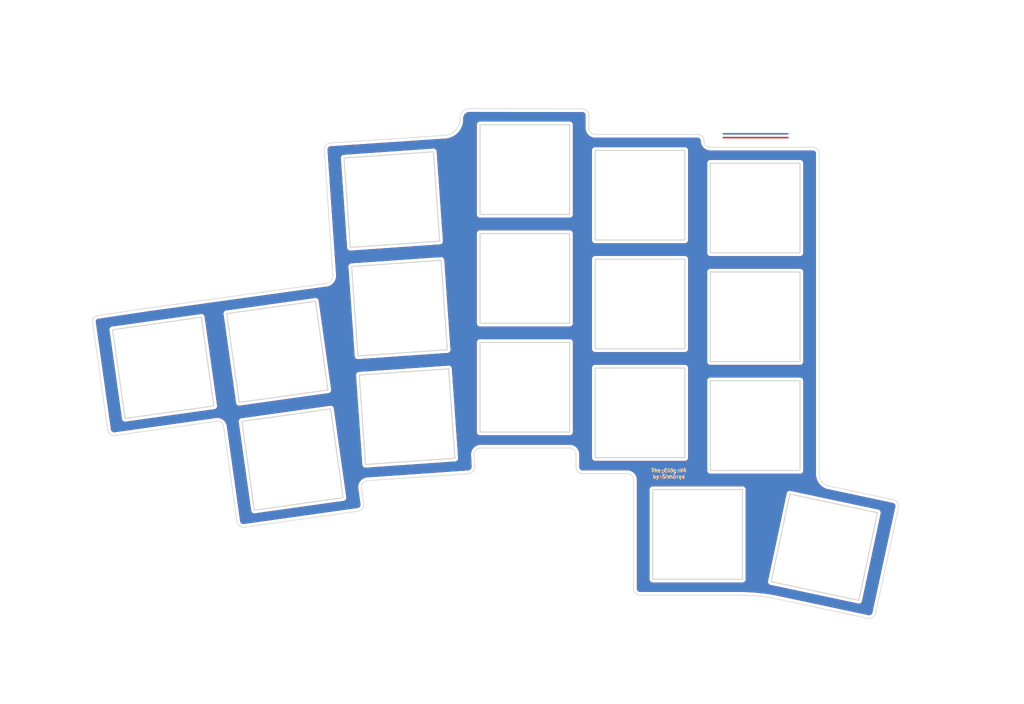
<source format=kicad_pcb>
(kicad_pcb (version 20211014) (generator pcbnew)
  (title_block (title "The Clog V2") (date "2022-06-26") (rev "1.1") (company "by S'mores"))
  (layers (0 "F.Cu" signal) (31 "B.Cu" signal) (34 "B.Paste" user) (35 "F.Paste" user) (36 "B.SilkS" user "B.Silkscreen") (37 "F.SilkS" user "F.Silkscreen") (38 "B.Mask" user) (39 "F.Mask" user) (44 "Edge.Cuts" user))
  (net 0 "")
  (net 1 "GND")
  (footprint "footprints:choc-cutout" (layer "F.Cu") (at 167.999999 69.999997)
    (fp_text reference "SW4" hide)
    (fp_text value "Switch" hide)
    (fp_line (start 7 -7) (end 7 7) (layer "Edge.Cuts") (width 0.15))
    (fp_line (start -7 7) (end 7 7) (layer "Edge.Cuts") (width 0.15))
    (fp_line (start 7 -7) (end -7 -7) (layer "Edge.Cuts") (width 0.15))
    (fp_line (start -7 7) (end -7 -7) (layer "Edge.Cuts") (width 0.15))
  )
  (footprint "footprints:choc-cutout" (layer "F.Cu") (at 113.699998 111.299998 8)
    (fp_text reference "SW11" hide)
    (fp_text value "Switch" hide)
    (fp_line (start 7 -7) (end -7 -7) (layer "Edge.Cuts") (width 0.15))
    (fp_line (start -7 7) (end -7 -7) (layer "Edge.Cuts") (width 0.15))
    (fp_line (start 7 -7) (end 7 7) (layer "Edge.Cuts") (width 0.15))
    (fp_line (start -7 7) (end 7 7) (layer "Edge.Cuts") (width 0.15))
  )
  (footprint "footprints:choc-cutout" (layer "F.Cu") (at 150 66.000002)
    (fp_text reference "SW3" hide)
    (fp_text value "Switch" hide)
    (fp_line (start 7 -7) (end 7 7) (layer "Edge.Cuts") (width 0.15))
    (fp_line (start 7 -7) (end -7 -7) (layer "Edge.Cuts") (width 0.15))
    (fp_line (start -7 7) (end 7 7) (layer "Edge.Cuts") (width 0.15))
    (fp_line (start -7 7) (end -7 -7) (layer "Edge.Cuts") (width 0.15))
  )
  (footprint "footprints:choc-cutout" (layer "F.Cu") (at 167.999998 86.999999)
    (fp_text reference "SW9" hide)
    (fp_text value "Switch" hide)
    (fp_line (start -7 7) (end -7 -7) (layer "Edge.Cuts") (width 0.15))
    (fp_line (start 7 -7) (end 7 7) (layer "Edge.Cuts") (width 0.15))
    (fp_line (start 7 -7) (end -7 -7) (layer "Edge.Cuts") (width 0.15))
    (fp_line (start -7 7) (end 7 7) (layer "Edge.Cuts") (width 0.15))
  )
  (footprint "footprints:choc-cutout" (layer "F.Cu") (at 93.509231 96.970559 8)
    (fp_text reference "SW1" hide)
    (fp_text value "Switch" hide)
    (fp_line (start 7 -7) (end 7 7) (layer "Edge.Cuts") (width 0.15))
    (fp_line (start -7 7) (end 7 7) (layer "Edge.Cuts") (width 0.15))
    (fp_line (start -7 7) (end -7 -7) (layer "Edge.Cuts") (width 0.15))
    (fp_line (start 7 -7) (end -7 -7) (layer "Edge.Cuts") (width 0.15))
  )
  (footprint "footprints:choc-cutout" (layer "F.Cu") (at 129.228278 70.682821 4)
    (fp_text reference "SW2" hide)
    (fp_text value "Switch" hide)
    (fp_line (start -7 7) (end 7 7) (layer "Edge.Cuts") (width 0.15))
    (fp_line (start 7 -7) (end 7 7) (layer "Edge.Cuts") (width 0.15))
    (fp_line (start -7 7) (end -7 -7) (layer "Edge.Cuts") (width 0.15))
    (fp_line (start 7 -7) (end -7 -7) (layer "Edge.Cuts") (width 0.15))
  )
  (footprint "footprints:choc-cutout" (layer "F.Cu") (at 185.999999 89.000004)
    (fp_text reference "SW10" hide)
    (fp_text value "Switch" hide)
    (fp_line (start -7 7) (end -7 -7) (layer "Edge.Cuts") (width 0.15))
    (fp_line (start 7 -7) (end -7 -7) (layer "Edge.Cuts") (width 0.15))
    (fp_line (start -7 7) (end 7 7) (layer "Edge.Cuts") (width 0.15))
    (fp_line (start 7 -7) (end 7 7) (layer "Edge.Cuts") (width 0.15))
  )
  (footprint "footprints:choc-cutout" (layer "F.Cu") (at 185.999999 72.000004)
    (fp_text reference "SW5" hide)
    (fp_text value "Switch" hide)
    (fp_line (start -7 7) (end -7 -7) (layer "Edge.Cuts") (width 0.15))
    (fp_line (start 7 -7) (end 7 7) (layer "Edge.Cuts") (width 0.15))
    (fp_line (start 7 -7) (end -7 -7) (layer "Edge.Cuts") (width 0.15))
    (fp_line (start -7 7) (end 7 7) (layer "Edge.Cuts") (width 0.15))
  )
  (footprint "footprints:choc-cutout" (layer "F.Cu") (at 177.000003 123)
    (fp_text reference "SW16" hide)
    (fp_text value "Switch" hide)
    (fp_line (start -7 7) (end -7 -7) (layer "Edge.Cuts") (width 0.15))
    (fp_line (start 7 -7) (end 7 7) (layer "Edge.Cuts") (width 0.15))
    (fp_line (start 7 -7) (end -7 -7) (layer "Edge.Cuts") (width 0.15))
    (fp_line (start -7 7) (end 7 7) (layer "Edge.Cuts") (width 0.15))
  )
  (footprint "footprints:choc-cutout" (layer "F.Cu") (at 196.799999 124.999999 -12)
    (fp_text reference "SW17" hide)
    (fp_text value "Switch" hide)
    (fp_line (start -7 7) (end 7 7) (layer "Edge.Cuts") (width 0.15))
    (fp_line (start 7 -7) (end 7 7) (layer "Edge.Cuts") (width 0.15))
    (fp_line (start -7 7) (end -7 -7) (layer "Edge.Cuts") (width 0.15))
    (fp_line (start 7 -7) (end -7 -7) (layer "Edge.Cuts") (width 0.15))
  )
  (footprint "footprints:choc-cutout" (layer "F.Cu") (at 149.999997 82.999998)
    (fp_text reference "SW8" hide)
    (fp_text value "Switch" hide)
    (fp_line (start -7 7) (end 7 7) (layer "Edge.Cuts") (width 0.15))
    (fp_line (start 7 -7) (end 7 7) (layer "Edge.Cuts") (width 0.15))
    (fp_line (start 7 -7) (end -7 -7) (layer "Edge.Cuts") (width 0.15))
    (fp_line (start -7 7) (end -7 -7) (layer "Edge.Cuts") (width 0.15))
  )
  (footprint "footprints:choc-cutout" (layer "F.Cu") (at 186 106)
    (fp_text reference "SW15" hide)
    (fp_text value "Switch" hide)
    (fp_line (start -7 7) (end -7 -7) (layer "Edge.Cuts") (width 0.15))
    (fp_line (start -7 7) (end 7 7) (layer "Edge.Cuts") (width 0.15))
    (fp_line (start 7 -7) (end -7 -7) (layer "Edge.Cuts") (width 0.15))
    (fp_line (start 7 -7) (end 7 7) (layer "Edge.Cuts") (width 0.15))
  )
  (footprint "footprints:choc-cutout" (layer "F.Cu") (at 130.414138 87.641412 4)
    (fp_text reference "SW7" hide)
    (fp_text value "Switch" hide)
    (fp_line (start -7 7) (end 7 7) (layer "Edge.Cuts") (width 0.15))
    (fp_line (start -7 7) (end -7 -7) (layer "Edge.Cuts") (width 0.15))
    (fp_line (start 7 -7) (end -7 -7) (layer "Edge.Cuts") (width 0.15))
    (fp_line (start 7 -7) (end 7 7) (layer "Edge.Cuts") (width 0.15))
  )
  (footprint "footprints:choc-cutout" (layer "F.Cu") (at 167.999998 104.000003)
    (fp_text reference "SW14" hide)
    (fp_text value "Switch" hide)
    (fp_line (start -7 7) (end 7 7) (layer "Edge.Cuts") (width 0.15))
    (fp_line (start -7 7) (end -7 -7) (layer "Edge.Cuts") (width 0.15))
    (fp_line (start 7 -7) (end 7 7) (layer "Edge.Cuts") (width 0.15))
    (fp_line (start 7 -7) (end -7 -7) (layer "Edge.Cuts") (width 0.15))
  )
  (footprint "footprints:choc-cutout" (layer "F.Cu") (at 111.334056 94.46544 8)
    (fp_text reference "SW6" hide)
    (fp_text value "Switch" hide)
    (fp_line (start 7 -7) (end -7 -7) (layer "Edge.Cuts") (width 0.15))
    (fp_line (start -7 7) (end -7 -7) (layer "Edge.Cuts") (width 0.15))
    (fp_line (start -7 7) (end 7 7) (layer "Edge.Cuts") (width 0.15))
    (fp_line (start 7 -7) (end 7 7) (layer "Edge.Cuts") (width 0.15))
  )
  (footprint "footprints:choc-cutout" (layer "F.Cu") (at 150.000002 99.999998)
    (fp_text reference "SW13" hide)
    (fp_text value "Switch" hide)
    (fp_line (start 7 -7) (end 7 7) (layer "Edge.Cuts") (width 0.15))
    (fp_line (start -7 7) (end 7 7) (layer "Edge.Cuts") (width 0.15))
    (fp_line (start -7 7) (end -7 -7) (layer "Edge.Cuts") (width 0.15))
    (fp_line (start 7 -7) (end -7 -7) (layer "Edge.Cuts") (width 0.15))
  )
  (footprint "footprints:choc-cutout" (layer "F.Cu") (at 131.599999 104.599998 4)
    (fp_text reference "SW12" hide)
    (fp_text value "Switch" hide)
    (fp_line (start -7 7) (end 7 7) (layer "Edge.Cuts") (width 0.15))
    (fp_line (start -7 7) (end -7 -7) (layer "Edge.Cuts") (width 0.15))
    (fp_line (start 7 -7) (end -7 -7) (layer "Edge.Cuts") (width 0.15))
    (fp_line (start 7 -7) (end 7 7) (layer "Edge.Cuts") (width 0.15))
  )
  (gr_line (start 85.962208 107.543908) (end 101.806495 105.317139) (layer "Edge.Cuts") (width 0.1))
  (gr_arc (start 142.100002 110.599999) (mid 142.399693 109.799694) (end 143.199998 109.500003) (layer "Edge.Cuts") (width 0.1))
  (gr_arc (start 197.343549 115.403298) (mid 196.353146 114.676562) (end 196.000001 113.500002) (layer "Edge.Cuts") (width 0.1))
  (gr_arc (start 204.79905 135.343681) (mid 204.365527 135.974399) (end 203.61299 136.113915) (layer "Edge.Cuts") (width 0.1))
  (gr_arc (start 120.011873 82.510802) (mid 119.730845 83.333899) (end 118.976642 83.767105) (layer "Edge.Cuts") (width 0.1))
  (gr_arc (start 139.862424 57.972956) (mid 140.267478 56.950841) (end 141.261807 56.481694) (layer "Edge.Cuts") (width 0.1))
  (gr_arc (start 156.999999 109.499999) (mid 157.707108 109.792893) (end 158 110.500002) (layer "Edge.Cuts") (width 0.1))
  (gr_line (start 204.79905 135.343681) (end 208.384336 118.772432) (layer "Edge.Cuts") (width 0.1))
  (gr_arc (start 183.500001 132.5) (mid 186.261341 132.625258) (end 189.000001 132.999999) (layer "Edge.Cuts") (width 0.1))
  (gr_line (start 158.000002 112.5) (end 158.000001 110.500002) (layer "Edge.Cuts") (width 0.1))
  (gr_line (start 189.000001 132.999999) (end 203.61299 136.113915) (layer "Edge.Cuts") (width 0.1))
  (gr_line (start 119.633903 61.84757) (end 137.542906 60.641257) (layer "Edge.Cuts") (width 0.1))
  (gr_arc (start 124.48096 115.763125) (mid 124.691747 114.985027) (end 125.399999 114.6) (layer "Edge.Cuts") (width 0.1))
  (gr_line (start 166.000004 113.499999) (end 159 113.500001) (layer "Edge.Cuts") (width 0.1))
  (gr_arc (start 106.152973 121.873351) (mid 105.411953 121.68176) (end 105.02353 121.022256) (layer "Edge.Cuts") (width 0.1))
  (gr_arc (start 101.806495 105.317139) (mid 102.547486 105.508769) (end 102.935935 106.168236) (layer "Edge.Cuts") (width 0.1))
  (gr_arc (start 166.000004 113.499999) (mid 166.70711 113.792894) (end 167.000001 114.500002) (layer "Edge.Cuts") (width 0.1))
  (gr_line (start 102.935935 106.168236) (end 105.02353 121.022256) (layer "Edge.Cuts") (width 0.1))
  (gr_arc (start 139.862424 57.972956) (mid 139.255228 59.787442) (end 137.542906 60.641257) (layer "Edge.Cuts") (width 0.1))
  (gr_arc (start 82.466821 89.858257) (mid 82.657681 89.151409) (end 83.300001 88.800001) (layer "Edge.Cuts") (width 0.1))
  (gr_arc (start 159 113.500001) (mid 158.292894 113.207108) (end 158.000003 112.5) (layer "Edge.Cuts") (width 0.1))
  (gr_line (start 160.000001 59.500001) (end 160 57.5) (layer "Edge.Cuts") (width 0.1))
  (gr_line (start 177.000002 60.5) (end 161.000002 60.5) (layer "Edge.Cuts") (width 0.1))
  (gr_line (start 120.011873 82.510802) (end 118.656539 62.807678) (layer "Edge.Cuts") (width 0.1))
  (gr_arc (start 177.000002 60.5) (mid 177.70708 60.792925) (end 178.000001 61.500004) (layer "Edge.Cuts") (width 0.1))
  (gr_line (start 91.074542 87.638707) (end 118.976642 83.767105) (layer "Edge.Cuts") (width 0.1))
  (gr_arc (start 207.614099 117.586369) (mid 208.244858 118.019877) (end 208.384336 118.772432) (layer "Edge.Cuts") (width 0.1))
  (gr_arc (start 124.828892 118.238792) (mid 124.637269 118.979787) (end 123.977799 119.368234) (layer "Edge.Cuts") (width 0.1))
  (gr_arc (start 159 56.500001) (mid 159.707107 56.792894) (end 160 57.5) (layer "Edge.Cuts") (width 0.1))
  (gr_arc (start 168.000006 132.499999) (mid 167.292945 132.207058) (end 167.000005 131.499999) (layer "Edge.Cuts") (width 0.1))
  (gr_line (start 142.100002 110.599999) (end 142.2 112.300001) (layer "Edge.Cuts") (width 0.1))
  (gr_line (start 82.466821 89.858257) (end 84.832763 106.692811) (layer "Edge.Cuts") (width 0.1))
  (gr_arc (start 161.000002 60.5) (mid 160.292895 60.207107) (end 160.000001 59.500001) (layer "Edge.Cuts") (width 0.1))
  (gr_arc (start 179.000001 62.5) (mid 178.292922 62.207077) (end 177.999997 61.499998) (layer "Edge.Cuts") (width 0.1))
  (gr_arc (start 85.962208 107.543908) (mid 85.221199 107.3523) (end 84.832763 106.692811) (layer "Edge.Cuts") (width 0.1))
  (gr_line (start 196 63.500001) (end 195.999999 105.000002) (layer "Edge.Cuts") (width 0.1))
  (gr_line (start 195.000001 62.500002) (end 179.000001 62.5) (layer "Edge.Cuts") (width 0.1))
  (gr_arc (start 195.000001 62.500002) (mid 195.707106 62.792895) (end 195.999998 63.500001) (layer "Edge.Cuts") (width 0.1))
  (gr_line (start 167 131.5) (end 167.000002 114.500002) (layer "Edge.Cuts") (width 0.1))
  (gr_line (start 106.152973 121.873351) (end 123.977799 119.368234) (layer "Edge.Cuts") (width 0.1))
  (gr_line (start 124.828892 118.238792) (end 124.48096 115.763125) (layer "Edge.Cuts") (width 0.1))
  (gr_line (start 159 56.500001) (end 141.261807 56.481694) (layer "Edge.Cuts") (width 0.1))
  (gr_line (start 156.999999 109.499999) (end 143.199998 109.500003) (layer "Edge.Cuts") (width 0.1))
  (gr_arc (start 118.65654 62.807678) (mid 118.959983 62.139057) (end 119.633903 61.84757) (layer "Edge.Cuts") (width 0.1))
  (gr_line (start 207.614099 117.586369) (end 197.343549 115.403298) (layer "Edge.Cuts") (width 0.1))
  (gr_line (start 83.300001 88.800001) (end 91.074542 87.638707) (layer "Edge.Cuts") (width 0.1))
  (gr_line (start 168.000006 132.499999) (end 183.500001 132.5) (layer "Edge.Cuts") (width 0.1))
  (gr_line (start 125.399999 114.6) (end 141.249999 113.5) (layer "Edge.Cuts") (width 0.1))
  (gr_arc (start 142.2 112.300001) (mid 141.96473 113.089787) (end 141.249999 113.5) (layer "Edge.Cuts") (width 0.1))
  (gr_line (start 196.000001 113.500002) (end 195.999999 105.000002) (layer "Edge.Cuts") (width 0.1))
  (gr_text "The Clog V4\nby S'mores" (at 172.5 113.5) (layer "B.SilkS") (effects (font (size 0.6 0.6) (thickness 0.1)) (justify mirror)))
  (gr_text "The Clog V4\nby S'mores" (at 172.500001 113.5) (layer "F.SilkS") (effects (font (size 0.6 0.6) (thickness 0.1))))
  (segment (start 181 61) (end 191.1 61) (width 0.25) (layer "F.Cu") (net 0))
  (segment (start 181 60.4) (end 191.1 60.4) (width 0.25) (layer "B.Cu") (net 0))
  (zone (net 1) (net_name "GND") (layers F&B.Cu) (connect_pads (clearance 0.508)) (min_thickness 0.254) (fill yes (thermal_gap 0.508) (thermal_bridge_width 0.508) (island_removal_mode 2) (island_area_min 1))
    (polygon (pts (xy 228.000001 149.5) (xy 68.000001 149.5) (xy 68.000001 39.5) (xy 228.000001 39.5)))
  )
)
</source>
